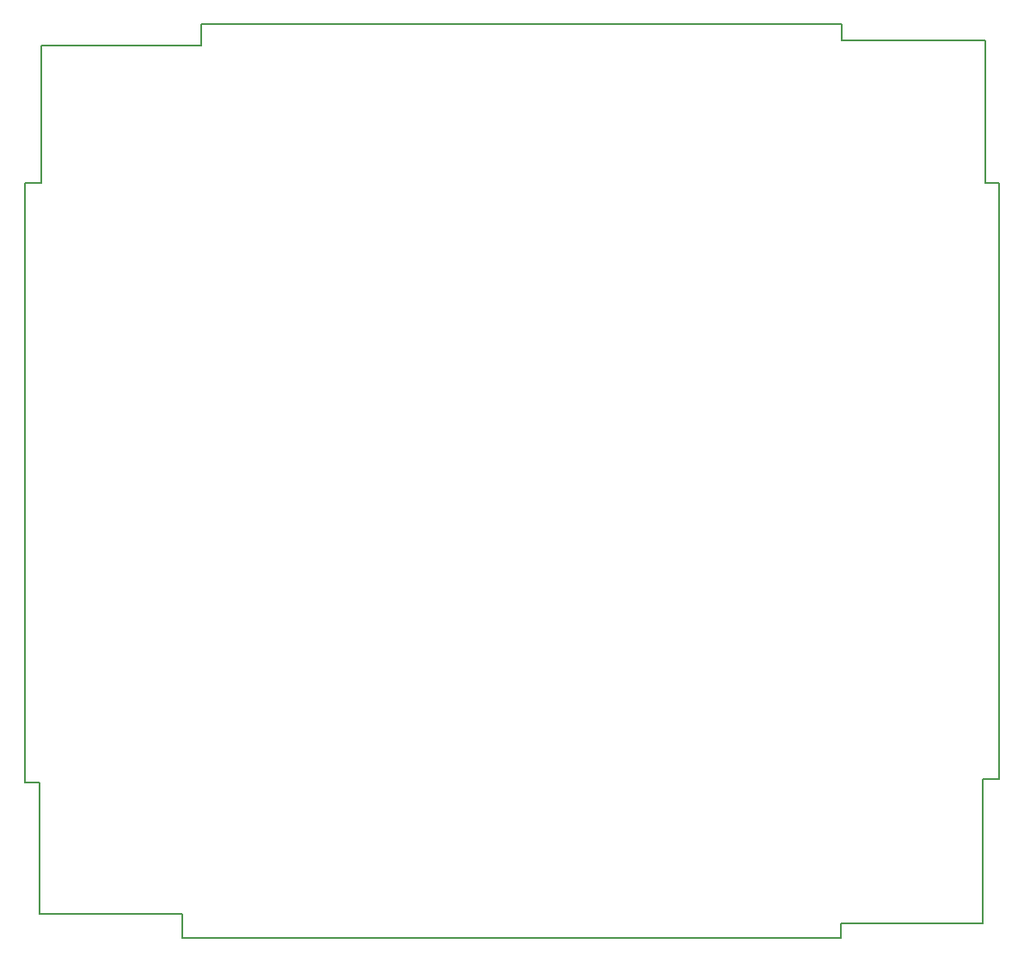
<source format=gbr>
G04 #@! TF.FileFunction,Profile,NP*
%FSLAX46Y46*%
G04 Gerber Fmt 4.6, Leading zero omitted, Abs format (unit mm)*
G04 Created by KiCad (PCBNEW 4.0.7) date 05/18/18 17:47:47*
%MOMM*%
%LPD*%
G01*
G04 APERTURE LIST*
%ADD10C,0.100000*%
%ADD11C,0.150000*%
G04 APERTURE END LIST*
D10*
D11*
X190860000Y-118730000D02*
X192430000Y-118730000D01*
X192430000Y-59980000D02*
X192430000Y-118730000D01*
X176950000Y-45910000D02*
X191140000Y-45910000D01*
X191140000Y-59980000D02*
X191140000Y-45910000D01*
X192430000Y-59980000D02*
X191140000Y-59980000D01*
X113860000Y-44260000D02*
X176950000Y-44260000D01*
X176950000Y-44280000D02*
X176950000Y-45910000D01*
X176930000Y-132930000D02*
X190860000Y-132930000D01*
X190860000Y-118730000D02*
X190860000Y-132930000D01*
X112070000Y-134420000D02*
X176930000Y-134420000D01*
X176930000Y-134410000D02*
X176930000Y-132930000D01*
X97960000Y-119030000D02*
X97960000Y-132040000D01*
X112070000Y-132040000D02*
X97960000Y-132040000D01*
X112070000Y-134420000D02*
X112070000Y-132040000D01*
X96560000Y-59990000D02*
X98120000Y-59990000D01*
X96560000Y-119030000D02*
X96560000Y-59990000D01*
X97670000Y-119030000D02*
X97960000Y-119030000D01*
X96560000Y-119030000D02*
X97730000Y-119030000D01*
X98120000Y-59990000D02*
X98120000Y-46440000D01*
X113860000Y-46440000D02*
X98120000Y-46440000D01*
X113860000Y-44260000D02*
X113860000Y-46440000D01*
M02*

</source>
